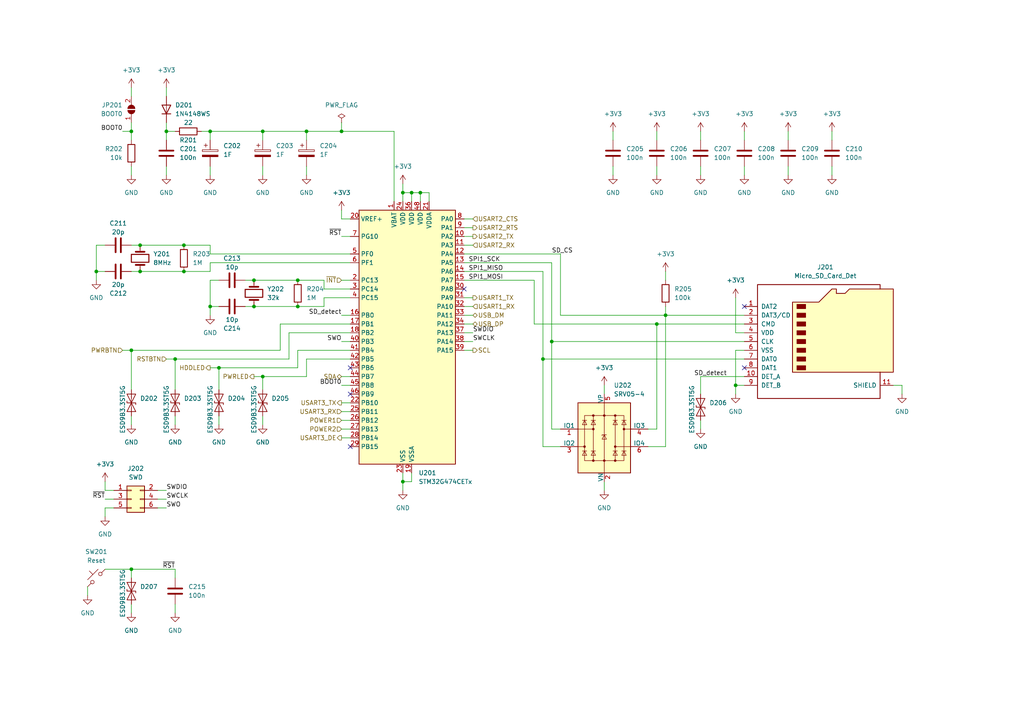
<source format=kicad_sch>
(kicad_sch (version 20211123) (generator eeschema)
  (paper "A4")
  (title_block (title "NAS control") (date "2023-01-11") (rev "0.1") (company "Eurovibes Benedikt Spranger") (comment 1 "SPDX-License-Identifier: CERN-OHL-S-2.0") (comment 2 "https://ohwr.org/cern_ohl_s_v2.txt") (comment 3 "To view a copy of this license, visit") (comment 4 "This work is licensed under the CERN-OHL-S v2"))
  (lib_symbols
    (symbol "Connector:Micro_SD_Card_Det" (pin_names (offset 1.016))
      (property "Reference" "J" (at -16.51 17.78 0))
      (property "Value" "Micro_SD_Card_Det" (at 16.51 17.78 0))
      (symbol "Micro_SD_Card_Det_1_1"
        (pin bidirectional line (at -22.86 10.16 0) (length 3.81) (name "DAT2") (number "1"))
        (pin passive line (at -22.86 -10.16 0) (length 3.81) (name "DET_A") (number "10"))
        (pin passive line (at 20.32 -12.7 180) (length 3.81) (name "SHIELD") (number "11"))
        (pin bidirectional line (at -22.86 7.62 0) (length 3.81) (name "DAT3/CD") (number "2"))
        (pin input line (at -22.86 5.08 0) (length 3.81) (name "CMD") (number "3"))
        (pin power_in line (at -22.86 2.54 0) (length 3.81) (name "VDD") (number "4"))
        (pin input line (at -22.86 0 0) (length 3.81) (name "CLK") (number "5"))
        (pin power_in line (at -22.86 -2.54 0) (length 3.81) (name "VSS") (number "6"))
        (pin bidirectional line (at -22.86 -5.08 0) (length 3.81) (name "DAT0") (number "7"))
        (pin bidirectional line (at -22.86 -7.62 0) (length 3.81) (name "DAT1") (number "8"))
        (pin passive line (at -22.86 -12.7 0) (length 3.81) (name "DET_B") (number "9"))
      )
    )
    (symbol "Connector_Generic:Conn_02x03_Odd_Even" (pin_names (offset 1.016) hide)
      (property "Reference" "J" (at 1.27 5.08 0))
      (property "Value" "Conn_02x03_Odd_Even" (at 1.27 -5.08 0))
      (symbol "Conn_02x03_Odd_Even_1_1"
        (pin passive line (at -5.08 2.54 0) (length 3.81) (name "Pin_1") (number "1"))
        (pin passive line (at 7.62 2.54 180) (length 3.81) (name "Pin_2") (number "2"))
        (pin passive line (at -5.08 0 0) (length 3.81) (name "Pin_3") (number "3"))
        (pin passive line (at 7.62 0 180) (length 3.81) (name "Pin_4") (number "4"))
        (pin passive line (at -5.08 -2.54 0) (length 3.81) (name "Pin_5") (number "5"))
        (pin passive line (at 7.62 -2.54 180) (length 3.81) (name "Pin_6") (number "6"))
      )
    )
    (symbol "Device:C" (pin_numbers hide) (pin_names (offset 0.254))
      (property "Reference" "C" (at 0.635 2.54 0))
      (property "Value" "C" (at 0.635 -2.54 0))
      (symbol "C_1_1"
        (pin passive line (at 0 3.81 270) (length 2.794) (name "~") (number "1"))
        (pin passive line (at 0 -3.81 90) (length 2.794) (name "~") (number "2"))
      )
    )
    (symbol "Device:C_Polarized" (pin_numbers hide) (pin_names (offset 0.254))
      (property "Reference" "C" (at 0.635 2.54 0))
      (property "Value" "C_Polarized" (at 0.635 -2.54 0))
      (symbol "C_Polarized_1_1"
        (pin passive line (at 0 3.81 270) (length 2.794) (name "~") (number "1"))
        (pin passive line (at 0 -3.81 90) (length 2.794) (name "~") (number "2"))
      )
    )
    (symbol "Device:Crystal" (pin_numbers hide) (pin_names (offset 1.016) hide)
      (property "Reference" "Y" (at 0 3.81 0))
      (property "Value" "Crystal" (at 0 -3.81 0))
      (symbol "Crystal_1_1"
        (pin passive line (at -3.81 0 0) (length 1.27) (name "1") (number "1"))
        (pin passive line (at 3.81 0 180) (length 1.27) (name "2") (number "2"))
      )
    )
    (symbol "Device:R" (pin_numbers hide) (pin_names (offset 0))
      (property "Reference" "R" (at 2.032 0 90))
      (property "Value" "R" (at 0 0 90))
      (symbol "R_1_1"
        (pin passive line (at 0 3.81 270) (length 1.27) (name "~") (number "1"))
        (pin passive line (at 0 -3.81 90) (length 1.27) (name "~") (number "2"))
      )
    )
    (symbol "Diode:1N4148WS" (pin_numbers hide) (pin_names (offset 1.016) hide)
      (property "Reference" "D" (at 0 2.54 0))
      (property "Value" "1N4148WS" (at 0 -2.54 0))
      (symbol "1N4148WS_1_1"
        (pin passive line (at -3.81 0 0) (length 2.54) (name "K") (number "1"))
        (pin passive line (at 3.81 0 180) (length 2.54) (name "A") (number "2"))
      )
    )
    (symbol "Diode:ESD9B3.3ST5G" (pin_numbers hide) (pin_names (offset 1.016) hide)
      (property "Reference" "D" (at 0 2.54 0))
      (property "Value" "ESD9B3.3ST5G" (at 0 -2.54 0))
      (symbol "ESD9B3.3ST5G_1_1"
        (pin passive line (at -3.81 0 0) (length 2.54) (name "A1") (number "1"))
        (pin passive line (at 3.81 0 180) (length 2.54) (name "A2") (number "2"))
      )
    )
    (symbol "Jumper:SolderJumper_2_Open" (pin_names (offset 0) hide)
      (property "Reference" "JP" (at 0 2.032 0))
      (property "Value" "SolderJumper_2_Open" (at 0 -2.54 0))
      (symbol "SolderJumper_2_Open_1_1"
        (pin passive line (at -3.81 0 0) (length 2.54) (name "A") (number "1"))
        (pin passive line (at 3.81 0 180) (length 2.54) (name "B") (number "2"))
      )
    )
    (symbol "MCU_ST_STM32G4:STM32G474CETx"
      (property "Reference" "U" (at -12.7 39.37 0))
      (property "Value" "STM32G474CETx" (at 10.16 39.37 0))
      (symbol "STM32G474CETx_1_1"
        (pin power_in line (at -2.54 40.64 270) (length 2.54) (name "VBAT") (number "1"))
        (pin bidirectional line (at 17.78 30.48 180) (length 2.54) (name "PA2") (number "10"))
        (pin bidirectional line (at 17.78 27.94 180) (length 2.54) (name "PA3") (number "11"))
        (pin bidirectional line (at 17.78 25.4 180) (length 2.54) (name "PA4") (number "12"))
        (pin bidirectional line (at 17.78 22.86 180) (length 2.54) (name "PA5") (number "13"))
        (pin bidirectional line (at 17.78 20.32 180) (length 2.54) (name "PA6") (number "14"))
        (pin bidirectional line (at 17.78 17.78 180) (length 2.54) (name "PA7") (number "15"))
        (pin bidirectional line (at -15.24 7.62 0) (length 2.54) (name "PB0") (number "16"))
        (pin bidirectional line (at -15.24 5.08 0) (length 2.54) (name "PB1") (number "17"))
        (pin bidirectional line (at -15.24 2.54 0) (length 2.54) (name "PB2") (number "18"))
        (pin power_in line (at 2.54 -38.1 90) (length 2.54) (name "VSSA") (number "19"))
        (pin bidirectional line (at -15.24 17.78 0) (length 2.54) (name "PC13") (number "2"))
        (pin input line (at -15.24 35.56 0) (length 2.54) (name "VREF+") (number "20"))
        (pin power_in line (at 7.62 40.64 270) (length 2.54) (name "VDDA") (number "21"))
        (pin bidirectional line (at -15.24 -17.78 0) (length 2.54) (name "PB10") (number "22"))
        (pin power_in line (at 0 -38.1 90) (length 2.54) (name "VSS") (number "23"))
        (pin power_in line (at 0 40.64 270) (length 2.54) (name "VDD") (number "24"))
        (pin bidirectional line (at -15.24 -20.32 0) (length 2.54) (name "PB11") (number "25"))
        (pin bidirectional line (at -15.24 -22.86 0) (length 2.54) (name "PB12") (number "26"))
        (pin bidirectional line (at -15.24 -25.4 0) (length 2.54) (name "PB13") (number "27"))
        (pin bidirectional line (at -15.24 -27.94 0) (length 2.54) (name "PB14") (number "28"))
        (pin bidirectional line (at -15.24 -30.48 0) (length 2.54) (name "PB15") (number "29"))
        (pin bidirectional line (at -15.24 15.24 0) (length 2.54) (name "PC14") (number "3"))
        (pin bidirectional line (at 17.78 15.24 180) (length 2.54) (name "PA8") (number "30"))
        (pin bidirectional line (at 17.78 12.7 180) (length 2.54) (name "PA9") (number "31"))
        (pin bidirectional line (at 17.78 10.16 180) (length 2.54) (name "PA10") (number "32"))
        (pin bidirectional line (at 17.78 7.62 180) (length 2.54) (name "PA11") (number "33"))
        (pin bidirectional line (at 17.78 5.08 180) (length 2.54) (name "PA12") (number "34"))
        (pin passive line (at 0 -38.1 90) (length 2.54) hide (name "VSS") (number "35"))
        (pin power_in line (at 2.54 40.64 270) (length 2.54) (name "VDD") (number "36"))
        (pin bidirectional line (at 17.78 2.54 180) (length 2.54) (name "PA13") (number "37"))
        (pin bidirectional line (at 17.78 0 180) (length 2.54) (name "PA14") (number "38"))
        (pin bidirectional line (at 17.78 -2.54 180) (length 2.54) (name "PA15") (number "39"))
        (pin bidirectional line (at -15.24 12.7 0) (length 2.54) (name "PC15") (number "4"))
        (pin bidirectional line (at -15.24 0 0) (length 2.54) (name "PB3") (number "40"))
        (pin bidirectional line (at -15.24 -2.54 0) (length 2.54) (name "PB4") (number "41"))
        (pin bidirectional line (at -15.24 -5.08 0) (length 2.54) (name "PB5") (number "42"))
        (pin bidirectional line (at -15.24 -7.62 0) (length 2.54) (name "PB6") (number "43"))
        (pin bidirectional line (at -15.24 -10.16 0) (length 2.54) (name "PB7") (number "44"))
        (pin bidirectional line (at -15.24 -12.7 0) (length 2.54) (name "PB8") (number "45"))
        (pin bidirectional line (at -15.24 -15.24 0) (length 2.54) (name "PB9") (number "46"))
        (pin passive line (at 0 -38.1 90) (length 2.54) hide (name "VSS") (number "47"))
        (pin power_in line (at 5.08 40.64 270) (length 2.54) (name "VDD") (number "48"))
        (pin bidirectional line (at -15.24 25.4 0) (length 2.54) (name "PF0") (number "5"))
        (pin bidirectional line (at -15.24 22.86 0) (length 2.54) (name "PF1") (number "6"))
        (pin bidirectional line (at -15.24 30.48 0) (length 2.54) (name "PG10") (number "7"))
        (pin bidirectional line (at 17.78 35.56 180) (length 2.54) (name "PA0") (number "8"))
        (pin bidirectional line (at 17.78 33.02 180) (length 2.54) (name "PA1") (number "9"))
      )
    )
    (symbol "Power_Protection:SRV05-4" (pin_names (offset 0))
      (property "Reference" "U" (at -5.08 11.43 0))
      (property "Value" "SRV05-4" (at 2.54 11.43 0))
      (symbol "SRV05-4_1_1"
        (pin passive line (at -12.7 2.54 0) (length 5.08) (name "IO1") (number "1"))
        (pin passive line (at 0 -12.7 90) (length 2.54) (name "VN") (number "2"))
        (pin passive line (at -12.7 -2.54 0) (length 5.08) (name "IO2") (number "3"))
        (pin passive line (at 12.7 2.54 180) (length 5.08) (name "IO3") (number "4"))
        (pin passive line (at 0 12.7 270) (length 2.54) (name "VP") (number "5"))
        (pin passive line (at 12.7 -2.54 180) (length 5.08) (name "IO4") (number "6"))
      )
    )
    (symbol "Switch:SW_Push_45deg" (pin_numbers hide) (pin_names (offset 1.016) hide)
      (property "Reference" "SW" (at 3.048 1.016 0))
      (property "Value" "SW_Push_45deg" (at 0 -3.81 0))
      (symbol "SW_Push_45deg_0_1"
        (pin passive line (at -2.54 2.54 0) (length 0) (name "1") (number "1"))
        (pin passive line (at 2.54 -2.54 180) (length 0) (name "2") (number "2"))
      )
    )
    (symbol "power:+3V3" (power) (pin_names (offset 0))
      (property "Value" "+3V3" (at 0 3.556 0))
      (symbol "+3V3_1_1"
        (pin power_in line (at 0 0 90) (length 0) hide (name "+3V3") (number "1"))
      )
    )
    (symbol "power:GND" (power) (pin_names (offset 0))
      (property "Value" "GND" (at 0 -3.81 0))
      (symbol "GND_1_1"
        (pin power_in line (at 0 0 270) (length 0) hide (name "GND") (number "1"))
      )
    )
    (symbol "power:PWR_FLAG" (power) (pin_numbers hide) (pin_names (offset 0) hide)
      (property "Value" "PWR_FLAG" (at 0 3.81 0))
      (symbol "PWR_FLAG_0_0"
        (pin power_out line (at 0 0 90) (length 0) (name "pwr") (number "1"))
      )
    )
  )
  (junction (at 121.92 55.88))
  (junction (at 190.5 93.98))
  (junction (at 76.2 109.22))
  (junction (at 38.1 101.6))
  (junction (at 99.06 38.1))
  (junction (at 40.64 71.12))
  (junction (at 86.36 81.28))
  (junction (at 119.38 55.88))
  (junction (at 27.94 78.74))
  (junction (at 157.48 104.14))
  (junction (at 116.84 139.7))
  (junction (at 73.66 81.28))
  (junction (at 60.96 38.1))
  (junction (at 116.84 55.88))
  (junction (at 76.2 38.1))
  (junction (at 88.9 38.1))
  (junction (at 53.34 78.74))
  (junction (at 48.26 38.1))
  (junction (at 50.8 104.14))
  (junction (at 40.64 78.74))
  (junction (at 86.36 88.9))
  (junction (at 73.66 88.9))
  (junction (at 213.36 111.76))
  (junction (at 60.96 88.9))
  (junction (at 63.5 106.68))
  (junction (at 53.34 71.12))
  (junction (at 193.04 91.44))
  (junction (at 38.1 165.1))
  (junction (at 160.02 99.06))
  (junction (at 38.1 38.1))
  (no_connect (at 215.9 88.9))
  (no_connect (at 101.6 106.68))
  (no_connect (at 101.6 129.54))
  (no_connect (at 101.6 114.3))
  (no_connect (at 134.62 83.82))
  (no_connect (at 215.9 106.68))
  (wire (pts (xy 60.96 71.12) (xy 53.34 71.12)))
  (wire (pts (xy 154.94 81.28) (xy 134.62 81.28)))
  (wire (pts (xy 99.06 99.06) (xy 101.6 99.06)))
  (wire (pts (xy 40.64 71.12) (xy 53.34 71.12)))
  (wire (pts (xy 99.06 111.76) (xy 101.6 111.76)))
  (wire (pts (xy 38.1 120.65) (xy 38.1 123.19)))
  (wire (pts (xy 190.5 38.1) (xy 190.5 40.64)))
  (wire (pts (xy 259.08 111.76) (xy 261.62 111.76)))
  (wire (pts (xy 114.3 38.1) (xy 99.06 38.1)))
  (wire (pts (xy 241.3 48.26) (xy 241.3 50.8)))
  (wire (pts (xy 193.04 91.44) (xy 193.04 88.9)))
  (wire (pts (xy 101.6 101.6) (xy 86.36 101.6)))
  (wire (pts (xy 25.4 170.18) (xy 25.4 172.72)))
  (wire (pts (xy 93.98 83.82) (xy 93.98 81.28)))
  (wire (pts (xy 38.1 25.4) (xy 38.1 27.94)))
  (wire (pts (xy 63.5 106.68) (xy 63.5 113.03)))
  (wire (pts (xy 48.26 25.4) (xy 48.26 27.94)))
  (wire (pts (xy 101.6 76.2) (xy 60.96 76.2)))
  (wire (pts (xy 134.62 93.98) (xy 137.16 93.98)))
  (wire (pts (xy 38.1 38.1) (xy 35.56 38.1)))
  (wire (pts (xy 134.62 88.9) (xy 137.16 88.9)))
  (wire (pts (xy 33.02 142.24) (xy 30.48 142.24)))
  (wire (pts (xy 38.1 71.12) (xy 40.64 71.12)))
  (wire (pts (xy 76.2 48.26) (xy 76.2 50.8)))
  (wire (pts (xy 93.98 86.36) (xy 93.98 88.9)))
  (wire (pts (xy 187.96 124.46) (xy 190.5 124.46)))
  (wire (pts (xy 86.36 81.28) (xy 93.98 81.28)))
  (wire (pts (xy 157.48 78.74) (xy 134.62 78.74)))
  (wire (pts (xy 213.36 111.76) (xy 213.36 114.3)))
  (wire (pts (xy 86.36 101.6) (xy 86.36 106.68)))
  (wire (pts (xy 60.96 48.26) (xy 60.96 50.8)))
  (wire (pts (xy 203.2 38.1) (xy 203.2 40.64)))
  (wire (pts (xy 101.6 83.82) (xy 93.98 83.82)))
  (wire (pts (xy 45.72 147.32) (xy 48.26 147.32)))
  (wire (pts (xy 203.2 109.22) (xy 215.9 109.22)))
  (wire (pts (xy 99.06 63.5) (xy 99.06 60.96)))
  (wire (pts (xy 203.2 48.26) (xy 203.2 50.8)))
  (wire (pts (xy 134.62 86.36) (xy 137.16 86.36)))
  (wire (pts (xy 60.96 38.1) (xy 60.96 40.64)))
  (wire (pts (xy 81.28 101.6) (xy 38.1 101.6)))
  (wire (pts (xy 30.48 142.24) (xy 30.48 139.7)))
  (wire (pts (xy 48.26 38.1) (xy 48.26 40.64)))
  (wire (pts (xy 193.04 78.74) (xy 193.04 81.28)))
  (wire (pts (xy 203.2 121.92) (xy 203.2 124.46)))
  (wire (pts (xy 76.2 109.22) (xy 76.2 113.03)))
  (wire (pts (xy 60.96 73.66) (xy 60.96 71.12)))
  (wire (pts (xy 119.38 55.88) (xy 116.84 55.88)))
  (wire (pts (xy 30.48 147.32) (xy 30.48 149.86)))
  (wire (pts (xy 99.06 68.58) (xy 101.6 68.58)))
  (wire (pts (xy 177.8 38.1) (xy 177.8 40.64)))
  (wire (pts (xy 99.06 119.38) (xy 101.6 119.38)))
  (wire (pts (xy 73.66 81.28) (xy 86.36 81.28)))
  (wire (pts (xy 261.62 111.76) (xy 261.62 114.3)))
  (wire (pts (xy 63.5 120.65) (xy 63.5 123.19)))
  (wire (pts (xy 76.2 38.1) (xy 88.9 38.1)))
  (wire (pts (xy 38.1 165.1) (xy 38.1 167.64)))
  (wire (pts (xy 60.96 88.9) (xy 63.5 88.9)))
  (wire (pts (xy 190.5 93.98) (xy 215.9 93.98)))
  (wire (pts (xy 27.94 78.74) (xy 30.48 78.74)))
  (wire (pts (xy 101.6 86.36) (xy 93.98 86.36)))
  (wire (pts (xy 116.84 139.7) (xy 116.84 142.24)))
  (wire (pts (xy 45.72 142.24) (xy 48.26 142.24)))
  (wire (pts (xy 99.06 124.46) (xy 101.6 124.46)))
  (wire (pts (xy 60.96 106.68) (xy 63.5 106.68)))
  (wire (pts (xy 175.26 111.76) (xy 175.26 114.3)))
  (wire (pts (xy 101.6 73.66) (xy 60.96 73.66)))
  (wire (pts (xy 134.62 68.58) (xy 137.16 68.58)))
  (wire (pts (xy 124.46 58.42) (xy 124.46 55.88)))
  (wire (pts (xy 99.06 91.44) (xy 101.6 91.44)))
  (wire (pts (xy 99.06 116.84) (xy 101.6 116.84)))
  (wire (pts (xy 213.36 96.52) (xy 213.36 86.36)))
  (wire (pts (xy 116.84 137.16) (xy 116.84 139.7)))
  (wire (pts (xy 76.2 38.1) (xy 76.2 40.64)))
  (wire (pts (xy 241.3 38.1) (xy 241.3 40.64)))
  (wire (pts (xy 81.28 93.98) (xy 81.28 101.6)))
  (wire (pts (xy 154.94 93.98) (xy 154.94 81.28)))
  (wire (pts (xy 73.66 109.22) (xy 76.2 109.22)))
  (wire (pts (xy 134.62 99.06) (xy 137.16 99.06)))
  (wire (pts (xy 60.96 38.1) (xy 76.2 38.1)))
  (wire (pts (xy 160.02 99.06) (xy 160.02 76.2)))
  (wire (pts (xy 187.96 129.54) (xy 193.04 129.54)))
  (wire (pts (xy 203.2 109.22) (xy 203.2 114.3)))
  (wire (pts (xy 60.96 76.2) (xy 60.96 78.74)))
  (wire (pts (xy 134.62 101.6) (xy 137.16 101.6)))
  (wire (pts (xy 30.48 71.12) (xy 27.94 71.12)))
  (wire (pts (xy 60.96 81.28) (xy 60.96 88.9)))
  (wire (pts (xy 157.48 104.14) (xy 157.48 78.74)))
  (wire (pts (xy 213.36 101.6) (xy 213.36 111.76)))
  (wire (pts (xy 50.8 175.26) (xy 50.8 177.8)))
  (wire (pts (xy 175.26 139.7) (xy 175.26 142.24)))
  (wire (pts (xy 38.1 48.26) (xy 38.1 50.8)))
  (wire (pts (xy 88.9 38.1) (xy 99.06 38.1)))
  (wire (pts (xy 71.12 88.9) (xy 73.66 88.9)))
  (wire (pts (xy 177.8 48.26) (xy 177.8 50.8)))
  (wire (pts (xy 193.04 91.44) (xy 193.04 129.54)))
  (wire (pts (xy 134.62 73.66) (xy 162.56 73.66)))
  (wire (pts (xy 157.48 104.14) (xy 215.9 104.14)))
  (wire (pts (xy 121.92 55.88) (xy 119.38 55.88)))
  (wire (pts (xy 101.6 63.5) (xy 99.06 63.5)))
  (wire (pts (xy 63.5 81.28) (xy 60.96 81.28)))
  (wire (pts (xy 228.6 38.1) (xy 228.6 40.64)))
  (wire (pts (xy 88.9 104.14) (xy 88.9 109.22)))
  (wire (pts (xy 119.38 55.88) (xy 119.38 58.42)))
  (wire (pts (xy 99.06 35.56) (xy 99.06 38.1)))
  (wire (pts (xy 58.42 38.1) (xy 60.96 38.1)))
  (wire (pts (xy 48.26 104.14) (xy 50.8 104.14)))
  (wire (pts (xy 83.82 96.52) (xy 83.82 104.14)))
  (wire (pts (xy 40.64 78.74) (xy 53.34 78.74)))
  (wire (pts (xy 124.46 55.88) (xy 121.92 55.88)))
  (wire (pts (xy 162.56 124.46) (xy 160.02 124.46)))
  (wire (pts (xy 50.8 167.64) (xy 50.8 165.1)))
  (wire (pts (xy 88.9 48.26) (xy 88.9 50.8)))
  (wire (pts (xy 101.6 104.14) (xy 88.9 104.14)))
  (wire (pts (xy 190.5 93.98) (xy 190.5 124.46)))
  (wire (pts (xy 50.8 104.14) (xy 50.8 113.03)))
  (wire (pts (xy 83.82 104.14) (xy 50.8 104.14)))
  (wire (pts (xy 76.2 120.65) (xy 76.2 123.19)))
  (wire (pts (xy 215.9 111.76) (xy 213.36 111.76)))
  (wire (pts (xy 53.34 78.74) (xy 60.96 78.74)))
  (wire (pts (xy 228.6 48.26) (xy 228.6 50.8)))
  (wire (pts (xy 50.8 165.1) (xy 38.1 165.1)))
  (wire (pts (xy 114.3 58.42) (xy 114.3 38.1)))
  (wire (pts (xy 134.62 66.04) (xy 137.16 66.04)))
  (wire (pts (xy 88.9 38.1) (xy 88.9 40.64)))
  (wire (pts (xy 33.02 147.32) (xy 30.48 147.32)))
  (wire (pts (xy 99.06 121.92) (xy 101.6 121.92)))
  (wire (pts (xy 38.1 78.74) (xy 40.64 78.74)))
  (wire (pts (xy 48.26 48.26) (xy 48.26 50.8)))
  (wire (pts (xy 88.9 109.22) (xy 76.2 109.22)))
  (wire (pts (xy 116.84 55.88) (xy 116.84 58.42)))
  (wire (pts (xy 38.1 175.26) (xy 38.1 177.8)))
  (wire (pts (xy 38.1 38.1) (xy 38.1 40.64)))
  (wire (pts (xy 71.12 81.28) (xy 73.66 81.28)))
  (wire (pts (xy 45.72 144.78) (xy 48.26 144.78)))
  (wire (pts (xy 99.06 109.22) (xy 101.6 109.22)))
  (wire (pts (xy 134.62 96.52) (xy 137.16 96.52)))
  (wire (pts (xy 215.9 48.26) (xy 215.9 50.8)))
  (wire (pts (xy 134.62 71.12) (xy 137.16 71.12)))
  (wire (pts (xy 134.62 91.44) (xy 137.16 91.44)))
  (wire (pts (xy 119.38 137.16) (xy 119.38 139.7)))
  (wire (pts (xy 86.36 106.68) (xy 63.5 106.68)))
  (wire (pts (xy 60.96 88.9) (xy 60.96 91.44)))
  (wire (pts (xy 162.56 73.66) (xy 162.56 91.44)))
  (wire (pts (xy 27.94 78.74) (xy 27.94 81.28)))
  (wire (pts (xy 50.8 120.65) (xy 50.8 123.19)))
  (wire (pts (xy 215.9 91.44) (xy 193.04 91.44)))
  (wire (pts (xy 160.02 99.06) (xy 215.9 99.06)))
  (wire (pts (xy 215.9 38.1) (xy 215.9 40.64)))
  (wire (pts (xy 101.6 96.52) (xy 83.82 96.52)))
  (wire (pts (xy 48.26 38.1) (xy 50.8 38.1)))
  (wire (pts (xy 157.48 104.14) (xy 157.48 129.54)))
  (wire (pts (xy 73.66 88.9) (xy 86.36 88.9)))
  (wire (pts (xy 27.94 71.12) (xy 27.94 78.74)))
  (wire (pts (xy 116.84 53.34) (xy 116.84 55.88)))
  (wire (pts (xy 48.26 35.56) (xy 48.26 38.1)))
  (wire (pts (xy 215.9 101.6) (xy 213.36 101.6)))
  (wire (pts (xy 86.36 88.9) (xy 93.98 88.9)))
  (wire (pts (xy 160.02 99.06) (xy 160.02 124.46)))
  (wire (pts (xy 35.56 101.6) (xy 38.1 101.6)))
  (wire (pts (xy 134.62 63.5) (xy 137.16 63.5)))
  (wire (pts (xy 121.92 55.88) (xy 121.92 58.42)))
  (wire (pts (xy 38.1 35.56) (xy 38.1 38.1)))
  (wire (pts (xy 30.48 144.78) (xy 33.02 144.78)))
  (wire (pts (xy 190.5 93.98) (xy 154.94 93.98)))
  (wire (pts (xy 162.56 129.54) (xy 157.48 129.54)))
  (wire (pts (xy 101.6 93.98) (xy 81.28 93.98)))
  (wire (pts (xy 119.38 139.7) (xy 116.84 139.7)))
  (wire (pts (xy 162.56 91.44) (xy 193.04 91.44)))
  (wire (pts (xy 215.9 96.52) (xy 213.36 96.52)))
  (wire (pts (xy 38.1 101.6) (xy 38.1 113.03)))
  (wire (pts (xy 99.06 127) (xy 101.6 127)))
  (wire (pts (xy 30.48 165.1) (xy 38.1 165.1)))
  (wire (pts (xy 190.5 48.26) (xy 190.5 50.8)))
  (wire (pts (xy 160.02 76.2) (xy 134.62 76.2)))
  (wire (pts (xy 99.06 81.28) (xy 101.6 81.28)))
  (label "BOOT0" (at 99.06 111.76 180))
  (label "~{RST}" (at 30.48 144.78 180))
  (label "SWDIO" (at 137.16 96.52 0))
  (label "SWCLK" (at 48.26 144.78 0))
  (label "BOOT0" (at 35.56 38.1 180))
  (label "SWCLK" (at 137.16 99.06 0))
  (label "SWDIO" (at 48.26 142.24 0))
  (label "SD_detect" (at 99.06 91.44 180))
  (label "~{RST}" (at 99.06 68.58 180))
  (label "SWO" (at 48.26 147.32 0))
  (label "SWO" (at 99.06 99.06 180))
  (label "SD_detect" (at 210.82 109.22 180))
  (label "SPI1_SCK" (at 135.89 76.2 0))
  (label "SPI1_MOSI" (at 135.89 81.28 0))
  (label "~{RST}" (at 50.8 165.1 180))
  (label "SD_CS" (at 160.02 73.66 0))
  (label "SPI1_MISO" (at 135.89 78.74 0))
  (hierarchical_label "USART2_CTS" (shape input) (at 137.16 63.5 0))
  (hierarchical_label "~{INT}" (shape input) (at 99.06 81.28 180))
  (hierarchical_label "SDA" (shape bidirectional) (at 99.06 109.22 180))
  (hierarchical_label "RSTBTN" (shape input) (at 48.26 104.14 180))
  (hierarchical_label "USART1_TX" (shape output) (at 137.16 86.36 0))
  (hierarchical_label "USB_DP" (shape bidirectional) (at 137.16 93.98 0))
  (hierarchical_label "HDDLED" (shape output) (at 60.96 106.68 180))
  (hierarchical_label "USART2_RX" (shape input) (at 137.16 71.12 0))
  (hierarchical_label "POWER2" (shape input) (at 99.06 124.46 180))
  (hierarchical_label "POWER1" (shape input) (at 99.06 121.92 180))
  (hierarchical_label "USART3_RX" (shape input) (at 99.06 119.38 180))
  (hierarchical_label "USB_DM" (shape bidirectional) (at 137.16 91.44 0))
  (hierarchical_label "PWRBTN" (shape input) (at 35.56 101.6 180))
  (hierarchical_label "USART2_RTS" (shape output) (at 137.16 66.04 0))
  (hierarchical_label "USART1_RX" (shape input) (at 137.16 88.9 0))
  (hierarchical_label "SCL" (shape output) (at 137.16 101.6 0))
  (hierarchical_label "USART3_DE" (shape output) (at 99.06 127 180))
  (hierarchical_label "PWRLED" (shape output) (at 73.66 109.22 180))
  (hierarchical_label "USART3_TX" (shape output) (at 99.06 116.84 180))
  (hierarchical_label "USART2_TX" (shape output) (at 137.16 68.58 0))
  (symbol (lib_id "power:GND") (at 203.2 124.46 0) (unit 1)
    (property "Reference" "#PWR0233" (effects hide))
    (property "Value" "GND" (at 203.2 129.54 0))
  )
  (symbol (lib_id "power:GND") (at 63.5 123.19 0) (unit 1)
    (property "Reference" "#PWR0231" (effects hide))
    (property "Value" "GND" (at 63.5 128.27 0))
  )
  (symbol (lib_id "Device:C") (at 241.3 44.45 0) (unit 1)
    (property "Reference" "C210" (at 245.11 43.1799 0) (effects (justify left)))
    (property "Value" "100n" (at 245.11 45.7199 0) (effects (justify left)))
    (property "Footprint" "Capacitor_SMD:C_0402_1005Metric" (effects hide))
    (property "assemble" "y" (effects hide))
    (property "Description" "50V 100nF X7R ±10% 0402 Multilayer Ceramic Capacitors MLCC - SMD/SMT ROHS" (effects hide))
    (property "LCSC#" "C307331" (effects hide))
    (property "Manufacture" "Samsung Electro-Mechanics" (effects hide))
    (property "SupplLink" "https://jlcpcb.com/partdetail/291005-CL05B104KB54PNC/C307331" (effects hide))
    (property "mpn" "CL05B104KB54PNC" (effects hide))
  )
  (symbol (lib_id "Device:C") (at 34.29 71.12 90) (unit 1)
    (property "Reference" "C211" (at 34.29 64.77 90))
    (property "Value" "20p" (at 34.29 67.31 90))
    (property "Footprint" "Capacitor_SMD:C_0402_1005Metric" (effects hide))
    (property "assemble" "y" (effects hide))
    (property "Description" "50V 20pF C0G ±5% 0402 Multilayer Ceramic Capacitors MLCC - SMD/SMT ROHS" (effects hide))
    (property "LCSC#" "C1554" (effects hide))
    (property "Manufacture" "FH (Guangdong Fenghua Advanced Tech)" (effects hide))
    (property "SupplLink" "https://jlcpcb.com/partdetail/Yageo-CC0805KRX7R9BB221/C107145" (effects hide))
    (property "mpn" "0402CG200J500NT" (effects hide))
  )
  (symbol (lib_id "Device:Crystal") (at 73.66 85.09 90) (unit 1)
    (property "Reference" "Y202" (at 77.47 83.8199 90) (effects (justify right)))
    (property "Value" "32k" (at 77.47 86.3599 90) (effects (justify right)))
    (property "Footprint" "Crystal:Crystal_SMD_3215-2Pin_3.2x1.5mm" (effects hide))
    (property "assemble" "y" (effects hide))
    (property "Description" "32.768kHz SMD Crystal Resonator 12.5pF 70kΩ ±20ppm -40℃~+85℃ SMD3215-2P Crystals ROHS" (effects hide))
    (property "LCSC#" "C32346" (effects hide))
    (property "Manufacture" "Seiko Epson" (effects hide))
    (property "mpn" "Q13FC1350000400" (effects hide))
    (property "SupplLink" "https://jlcpcb.com/partdetail/SeikoEpson-Q13FC1350000400/C32346" (effects hide))
  )
  (symbol (lib_id "Device:R") (at 54.61 38.1 90) (unit 1)
    (property "Reference" "R201" (at 54.61 40.64 90))
    (property "Value" "22" (at 54.61 35.56 90))
    (property "Footprint" "Resistor_SMD:R_1206_3216Metric" (effects hide))
    (property "Reference" "R201" (effects hide))
    (property "Value" "22" (effects hide))
    (property "assemble" "y" (effects hide))
    (property "Description" "250mW Thick Film Resistors 200V ±100ppm/℃ ±1% -55℃~+155℃ 22Ω 1206 Chip Resistor - Surface Mount ROHS" (effects hide))
    (property "LCSC#" "C17958" (effects hide))
    (property "Manufacture" "UNI-ROYAL(Uniroyal Elec)" (effects hide))
    (property "SupplLink" "https://jlcpcb.com/partdetail/18646-1206W4F220JT5E/C17958" (effects hide))
    (property "mpn" "1206W4F220JT5E" (effects hide))
  )
  (symbol (lib_id "power:GND") (at 88.9 50.8 0) (unit 1)
    (property "Reference" "#PWR0213" (effects hide))
    (property "Value" "GND" (at 88.9 55.88 0))
  )
  (symbol (lib_id "Device:C_Polarized") (at 88.9 44.45 0) (unit 1)
    (property "Reference" "C204" (at 92.71 42.2909 0) (effects (justify left)))
    (property "Value" "1F" (at 92.71 44.8309 0) (effects (justify left)))
    (property "Footprint" "Capacitor_THT:CP_Radial_D8.0mm_P3.50mm" (effects hide))
    (property "Reference" "C208" (effects hide))
    (property "Value" "1F" (effects hide))
    (property "assemble" "n" (effects hide))
    (property "Description" "Supercapacitor; 1F; 3VDC; Body dim: Ø8x12mm; Pitch: 3.5mm; Ir: 5uA" (effects hide))
    (property "Manufacture" "SPSCAP" (effects hide))
    (property "SupplLink" "https://www.tme.eu/en/details/scv1f-3.0v-ltz/supercapacitors/spscap/scv0001c0-003r0ltz/" (effects hide))
    (property "mpn" "SCV0001C0-003R0LTZ" (effects hide))
    (property "tme#" "SCV1F-3.0V-LTZ" (effects hide))
  )
  (symbol (lib_id "power:GND") (at 38.1 50.8 0) (mirror y) (unit 1)
    (property "Reference" "#PWR0209" (effects hide))
    (property "Value" "GND" (at 38.1 55.88 0))
  )
  (symbol (lib_id "power:+3V3") (at 228.6 38.1 0) (unit 1)
    (property "Reference" "#PWR0207" (effects hide))
    (property "Value" "+3V3" (at 228.6 33.02 0))
  )
  (symbol (lib_id "Diode:ESD9B3.3ST5G") (at 50.8 116.84 90) (unit 1)
    (property "Reference" "D203" (at 53.34 115.5699 90) (effects (justify right)))
    (property "Value" "ESD9B3.3ST5G" (at 48.26 111.76 0) (effects (justify right)))
    (property "Footprint" "Diode_SMD:D_SOD-923" (effects hide))
    (property "Datasheet" "https://www.onsemi.com/pub/Collateral/ESD9B-D.PDF" (effects hide))
    (property "Description" "11.5V 2A 3.3V (Max) 5V Bidirectional SOD-923 ESD Protection Devices ROHS" (effects hide))
    (property "mpn" "ESD9B3.3ST5G" (effects hide))
    (property "Manufacture" "onsemi" (effects hide))
    (property "SupplLink" "https://jlcpcb.com/partdetail/Onsemi-ESD9B33ST5G/C96512" (effects hide))
    (property "LCSC#" "C96512" (effects hide))
    (property "assemble" "y" (effects hide))
  )
  (symbol (lib_id "Device:C") (at 215.9 44.45 0) (unit 1)
    (property "Reference" "C208" (at 219.71 43.1799 0) (effects (justify left)))
    (property "Value" "100n" (at 219.71 45.7199 0) (effects (justify left)))
    (property "Footprint" "Capacitor_SMD:C_0402_1005Metric" (effects hide))
    (property "assemble" "y" (effects hide))
    (property "Description" "50V 100nF X7R ±10% 0402 Multilayer Ceramic Capacitors MLCC - SMD/SMT ROHS" (effects hide))
    (property "LCSC#" "C307331" (effects hide))
    (property "Manufacture" "Samsung Electro-Mechanics" (effects hide))
    (property "SupplLink" "https://jlcpcb.com/partdetail/291005-CL05B104KB54PNC/C307331" (effects hide))
    (property "mpn" "CL05B104KB54PNC" (effects hide))
  )
  (symbol (lib_id "power:GND") (at 60.96 50.8 0) (unit 1)
    (property "Reference" "#PWR0211" (effects hide))
    (property "Value" "GND" (at 60.96 55.88 0))
  )
  (symbol (lib_id "Diode:ESD9B3.3ST5G") (at 203.2 118.11 90) (unit 1)
    (property "Reference" "D206" (at 205.74 116.8399 90) (effects (justify right)))
    (property "Value" "ESD9B3.3ST5G" (at 200.66 111.76 0) (effects (justify right)))
    (property "Footprint" "Diode_SMD:D_SOD-923" (effects hide))
    (property "Datasheet" "https://www.onsemi.com/pub/Collateral/ESD9B-D.PDF" (effects hide))
    (property "Description" "11.5V 2A 3.3V (Max) 5V Bidirectional SOD-923 ESD Protection Devices ROHS" (effects hide))
    (property "mpn" "ESD9B3.3ST5G" (effects hide))
    (property "Manufacture" "onsemi" (effects hide))
    (property "SupplLink" "https://jlcpcb.com/partdetail/Onsemi-ESD9B33ST5G/C96512" (effects hide))
    (property "LCSC#" "C96512" (effects hide))
    (property "assemble" "y" (effects hide))
  )
  (symbol (lib_id "power:GND") (at 38.1 177.8 0) (unit 1)
    (property "Reference" "#PWR0239" (effects hide))
    (property "Value" "GND" (at 38.1 182.88 0))
  )
  (symbol (lib_id "power:+3V3") (at 241.3 38.1 0) (unit 1)
    (property "Reference" "#PWR0208" (effects hide))
    (property "Value" "+3V3" (at 241.3 33.02 0))
  )
  (symbol (lib_id "power:GND") (at 60.96 91.44 0) (unit 1)
    (property "Reference" "#PWR0225" (effects hide))
    (property "Value" "GND" (at 60.96 96.52 0))
  )
  (symbol (lib_id "power:PWR_FLAG") (at 99.06 35.56 0) (unit 1)
    (property "Reference" "#FLG0201" (effects hide))
    (property "Value" "PWR_FLAG" (at 99.06 30.48 0))
  )
  (symbol (lib_id "power:GND") (at 76.2 50.8 0) (unit 1)
    (property "Reference" "#PWR0212" (effects hide))
    (property "Value" "GND" (at 76.2 55.88 0))
  )
  (symbol (lib_id "Diode:ESD9B3.3ST5G") (at 63.5 116.84 90) (unit 1)
    (property "Reference" "D204" (at 66.04 115.5699 90) (effects (justify right)))
    (property "Value" "ESD9B3.3ST5G" (at 60.96 111.76 0) (effects (justify right)))
    (property "Footprint" "Diode_SMD:D_SOD-923" (effects hide))
    (property "Datasheet" "https://www.onsemi.com/pub/Collateral/ESD9B-D.PDF" (effects hide))
    (property "Description" "11.5V 2A 3.3V (Max) 5V Bidirectional SOD-923 ESD Protection Devices ROHS" (effects hide))
    (property "mpn" "ESD9B3.3ST5G" (effects hide))
    (property "Manufacture" "onsemi" (effects hide))
    (property "SupplLink" "https://jlcpcb.com/partdetail/Onsemi-ESD9B33ST5G/C96512" (effects hide))
    (property "LCSC#" "C96512" (effects hide))
    (property "assemble" "y" (effects hide))
  )
  (symbol (lib_id "power:GND") (at 27.94 81.28 0) (unit 1)
    (property "Reference" "#PWR0223" (effects hide))
    (property "Value" "GND" (at 27.94 86.36 0))
  )
  (symbol (lib_id "power:GND") (at 48.26 50.8 0) (unit 1)
    (property "Reference" "#PWR0210" (effects hide))
    (property "Value" "GND" (at 48.26 55.88 0))
  )
  (symbol (lib_id "Jumper:SolderJumper_2_Open") (at 38.1 31.75 270) (mirror x) (unit 1)
    (property "Reference" "JP201" (at 35.56 30.4799 90) (effects (justify right)))
    (property "Value" "BOOT0" (at 35.56 33.0199 90) (effects (justify right)))
    (property "Footprint" "Jumper:SolderJumper-2_P1.3mm_Open_Pad1.0x1.5mm" (effects hide))
    (property "Reference" "JP201" (effects hide))
    (property "Value" "BOOT0" (effects hide))
    (property "assemble" "n" (effects hide))
    (property "mpn" "N/A" (effects hide))
  )
  (symbol (lib_id "power:GND") (at 241.3 50.8 0) (unit 1)
    (property "Reference" "#PWR0219" (effects hide))
    (property "Value" "GND" (at 241.3 55.88 0))
  )
  (symbol (lib_id "Device:C") (at 50.8 171.45 0) (unit 1)
    (property "Reference" "C215" (at 54.61 170.1799 0) (effects (justify left)))
    (property "Value" "100n" (at 54.61 172.7199 0) (effects (justify left)))
    (property "Footprint" "Capacitor_SMD:C_0402_1005Metric" (effects hide))
    (property "assemble" "y" (effects hide))
    (property "Description" "50V 100nF X7R ±10% 0402 Multilayer Ceramic Capacitors MLCC - SMD/SMT ROHS" (effects hide))
    (property "LCSC#" "C307331" (effects hide))
    (property "Manufacture" "Samsung Electro-Mechanics" (effects hide))
    (property "SupplLink" "https://jlcpcb.com/partdetail/291005-CL05B104KB54PNC/C307331" (effects hide))
    (property "mpn" "CL05B104KB54PNC" (effects hide))
  )
  (symbol (lib_id "power:+3V3") (at 213.36 86.36 0) (unit 1)
    (property "Reference" "#PWR0224" (effects hide))
    (property "Value" "+3V3" (at 213.36 81.28 0))
  )
  (symbol (lib_id "power:+3V3") (at 193.04 78.74 0) (unit 1)
    (property "Reference" "#PWR0222" (effects hide))
    (property "Value" "+3V3" (at 193.04 73.66 0))
  )
  (symbol (lib_id "power:GND") (at 203.2 50.8 0) (unit 1)
    (property "Reference" "#PWR0216" (effects hide))
    (property "Value" "GND" (at 203.2 55.88 0))
  )
  (symbol (lib_id "power:+3V3") (at 215.9 38.1 0) (unit 1)
    (property "Reference" "#PWR0206" (effects hide))
    (property "Value" "+3V3" (at 215.9 33.02 0))
  )
  (symbol (lib_id "Device:R") (at 86.36 85.09 0) (unit 1)
    (property "Reference" "R204" (at 88.9 83.8199 0) (effects (justify left)))
    (property "Value" "1M" (at 88.9 86.3599 0) (effects (justify left)))
    (property "Footprint" "Resistor_SMD:R_0402_1005Metric" (effects hide))
    (property "assemble" "y" (effects hide))
    (property "Description" "62.5mW Thick Film Resistors 50V ±100ppm/℃ ±1% -55℃~+155℃ 1MΩ 0402 Chip Resistor - Surface Mount ROHS" (effects hide))
    (property "LCSC#" "C26083" (effects hide))
    (property "Manufacture" "UNI-ROYAL(Uniroyal Elec)" (effects hide))
    (property "SupplLink" "https://jlcpcb.com/partdetail/26826-0402WGF1004TCE/C26083" (effects hide))
    (property "mpn" "0402WGF1004TCE" (effects hide))
  )
  (symbol (lib_id "power:GND") (at 215.9 50.8 0) (unit 1)
    (property "Reference" "#PWR0217" (effects hide))
    (property "Value" "GND" (at 215.9 55.88 0))
  )
  (symbol (lib_id "power:+3V3") (at 190.5 38.1 0) (unit 1)
    (property "Reference" "#PWR0204" (effects hide))
    (property "Value" "+3V3" (at 190.5 33.02 0))
  )
  (symbol (lib_id "power:GND") (at 25.4 172.72 0) (unit 1)
    (property "Reference" "#PWR0238" (effects hide))
    (property "Value" "GND" (at 25.4 177.8 0))
  )
  (symbol (lib_id "Connector_Generic:Conn_02x03_Odd_Even") (at 38.1 144.78 0) (unit 1)
    (property "Reference" "J202" (at 39.37 135.89 0))
    (property "Value" "SWD" (at 39.37 138.43 0))
    (property "Footprint" "Connector:Tag-Connect_TC2030-IDC-FP_2x03_P1.27mm_Vertical" (effects hide))
    (property "Reference" "J202" (effects hide))
    (property "Value" "SWD" (effects hide))
    (property "assemble" "n" (effects hide))
    (property "Description" "Tag-Connect TC2030 connector" (effects hide))
    (property "Manufacture" "Tag-Connect" (effects hide))
    (property "mpn" "TC2030" (effects hide))
  )
  (symbol (lib_id "power:GND") (at 228.6 50.8 0) (unit 1)
    (property "Reference" "#PWR0218" (effects hide))
    (property "Value" "GND" (at 228.6 55.88 0))
  )
  (symbol (lib_id "Device:R") (at 53.34 74.93 0) (unit 1)
    (property "Reference" "R203" (at 55.88 73.6599 0) (effects (justify left)))
    (property "Value" "1M" (at 55.88 76.1999 0) (effects (justify left)))
    (property "Footprint" "Resistor_SMD:R_0402_1005Metric" (effects hide))
    (property "assemble" "y" (effects hide))
    (property "Description" "62.5mW Thick Film Resistors 50V ±100ppm/℃ ±1% -55℃~+155℃ 1MΩ 0402 Chip Resistor - Surface Mount ROHS" (effects hide))
    (property "LCSC#" "C26083" (effects hide))
    (property "Manufacture" "UNI-ROYAL(Uniroyal Elec)" (effects hide))
    (property "SupplLink" "https://jlcpcb.com/partdetail/26826-0402WGF1004TCE/C26083" (effects hide))
    (property "mpn" "0402WGF1004TCE" (effects hide))
  )
  (symbol (lib_id "Device:C") (at 34.29 78.74 90) (unit 1)
    (property "Reference" "C212" (at 34.29 85.09 90))
    (property "Value" "20p" (at 34.29 82.55 90))
    (property "Footprint" "Capacitor_SMD:C_0402_1005Metric" (effects hide))
    (property "assemble" "y" (effects hide))
    (property "Description" "50V 20pF C0G ±5% 0402 Multilayer Ceramic Capacitors MLCC - SMD/SMT ROHS" (effects hide))
    (property "LCSC#" "C1554" (effects hide))
    (property "Manufacture" "FH (Guangdong Fenghua Advanced Tech)" (effects hide))
    (property "SupplLink" "https://jlcpcb.com/partdetail/Yageo-CC0805KRX7R9BB221/C107145" (effects hide))
    (property "mpn" "0402CG200J500NT" (effects hide))
  )
  (symbol (lib_id "power:+3V3") (at 38.1 25.4 0) (mirror y) (unit 1)
    (property "Reference" "#PWR0201" (effects hide))
    (property "Value" "+3V3" (at 38.1 20.32 0))
  )
  (symbol (lib_id "power:+3V3") (at 203.2 38.1 0) (unit 1)
    (property "Reference" "#PWR0205" (effects hide))
    (property "Value" "+3V3" (at 203.2 33.02 0))
  )
  (symbol (lib_id "power:+3V3") (at 48.26 25.4 0) (unit 1)
    (property "Reference" "#PWR0202" (effects hide))
    (property "Value" "+3V3" (at 48.26 20.32 0))
  )
  (symbol (lib_id "power:GND") (at 261.62 114.3 0) (unit 1)
    (property "Reference" "#PWR0228" (effects hide))
    (property "Value" "GND" (at 261.62 119.38 0))
  )
  (symbol (lib_id "power:GND") (at 76.2 123.19 0) (unit 1)
    (property "Reference" "#PWR0232" (effects hide))
    (property "Value" "GND" (at 76.2 128.27 0))
  )
  (symbol (lib_id "power:GND") (at 50.8 177.8 0) (unit 1)
    (property "Reference" "#PWR0240" (effects hide))
    (property "Value" "GND" (at 50.8 182.88 0))
  )
  (symbol (lib_id "Device:C_Polarized") (at 60.96 44.45 0) (unit 1)
    (property "Reference" "C202" (at 64.77 42.2909 0) (effects (justify left)))
    (property "Value" "1F" (at 64.77 44.8309 0) (effects (justify left)))
    (property "Footprint" "Capacitor_THT:CP_Radial_D8.0mm_P3.50mm" (effects hide))
    (property "Reference" "C202" (effects hide))
    (property "Value" "1F" (effects hide))
    (property "assemble" "n" (effects hide))
    (property "Description" "Supercapacitor; 1F; 3VDC; Body dim: Ø8x12mm; Pitch: 3.5mm; Ir: 5uA" (effects hide))
    (property "Manufacture" "SPSCAP" (effects hide))
    (property "SupplLink" "https://www.tme.eu/en/details/scv1f-3.0v-ltz/supercapacitors/spscap/scv0001c0-003r0ltz/" (effects hide))
    (property "mpn" "SCV0001C0-003R0LTZ" (effects hide))
    (property "tme#" "SCV1F-3.0V-LTZ" (effects hide))
  )
  (symbol (lib_id "Device:R") (at 193.04 85.09 0) (unit 1)
    (property "Reference" "R205" (at 195.58 83.8199 0) (effects (justify left)))
    (property "Value" "100k" (at 195.58 86.3599 0) (effects (justify left)))
    (property "Footprint" "Resistor_SMD:R_0402_1005Metric" (effects hide))
    (property "assemble" "y" (effects hide))
    (property "Description" "62.5mW Thick Film Resistors 50V ±100ppm/℃ ±1% -55℃~+155℃ 100kΩ 0402 Chip Resistor - Surface Mount ROHS" (effects hide))
    (property "LCSC#" "C25741" (effects hide))
    (property "Manufacture" "UNI-ROYAL(Uniroyal Elec)" (effects hide))
    (property "SupplLink" "https://jlcpcb.com/partdetail/26484-0402WGF1003TCE/C25741" (effects hide))
    (property "mpn" "0402WGF1003TCE" (effects hide))
  )
  (symbol (lib_id "power:GND") (at 190.5 50.8 0) (unit 1)
    (property "Reference" "#PWR0215" (effects hide))
    (property "Value" "GND" (at 190.5 55.88 0))
  )
  (symbol (lib_id "Diode:ESD9B3.3ST5G") (at 76.2 116.84 90) (unit 1)
    (property "Reference" "D205" (at 78.74 115.5699 90) (effects (justify right)))
    (property "Value" "ESD9B3.3ST5G" (at 73.66 111.76 0) (effects (justify right)))
    (property "Footprint" "Diode_SMD:D_SOD-923" (effects hide))
    (property "Datasheet" "https://www.onsemi.com/pub/Collateral/ESD9B-D.PDF" (effects hide))
    (property "Description" "11.5V 2A 3.3V (Max) 5V Bidirectional SOD-923 ESD Protection Devices ROHS" (effects hide))
    (property "mpn" "ESD9B3.3ST5G" (effects hide))
    (property "Manufacture" "onsemi" (effects hide))
    (property "SupplLink" "https://jlcpcb.com/partdetail/Onsemi-ESD9B33ST5G/C96512" (effects hide))
    (property "LCSC#" "C96512" (effects hide))
    (property "assemble" "y" (effects hide))
  )
  (symbol (lib_id "Switch:SW_Push_45deg") (at 27.94 167.64 0) (mirror y) (unit 1)
    (property "Reference" "SW201" (at 27.94 160.02 0))
    (property "Value" "Reset" (at 27.94 162.56 0))
    (property "Footprint" "Button_Switch_THT:SW_Tactile_SPST_Angled_PTS645Vx58-2LFS" (effects hide))
    (property "Reference" "SW201" (effects hide))
    (property "Value" "Reset" (effects hide))
    (property "assemble" "n" (effects hide))
    (property "Description" "Mikroschalter TACT; SPST-NO; Pos: 2; 0,05A/12VDC; abgewinkelt,THT" (effects hide))
    (property "Manufacture" "C&K" (effects hide))
    (property "SupplLink" "https://www.tme.eu/de/details/pts645vl58-2/mikroschalter-tact/c-k/pts645vl58-2-lfs/" (effects hide))
    (property "mpn" "PTS645VL58-2 LFS" (effects hide))
    (property "tme#" "PTS645VL58-2" (effects hide))
  )
  (symbol (lib_id "power:GND") (at 175.26 142.24 0) (unit 1)
    (property "Reference" "#PWR0236" (effects hide))
    (property "Value" "GND" (at 175.26 147.32 0))
  )
  (symbol (lib_id "power:GND") (at 50.8 123.19 0) (unit 1)
    (property "Reference" "#PWR0230" (effects hide))
    (property "Value" "GND" (at 50.8 128.27 0))
  )
  (symbol (lib_id "power:GND") (at 38.1 123.19 0) (unit 1)
    (property "Reference" "#PWR0229" (effects hide))
    (property "Value" "GND" (at 38.1 128.27 0))
  )
  (symbol (lib_id "power:GND") (at 213.36 114.3 0) (unit 1)
    (property "Reference" "#PWR0227" (effects hide))
    (property "Value" "GND" (at 213.36 119.38 0))
  )
  (symbol (lib_id "Diode:1N4148WS") (at 48.26 31.75 90) (unit 1)
    (property "Reference" "D201" (at 50.8 30.4799 90) (effects (justify right)))
    (property "Value" "1N4148WS" (at 50.8 33.0199 90) (effects (justify right)))
    (property "Footprint" "Diode_SMD:D_SOD-323" (effects hide))
    (property "Datasheet" "https://www.vishay.com/docs/85751/1n4148ws.pdf" (effects hide))
    (property "Datasheet" "https://www.vishay.com/docs/85751/1n4148ws.pdf" (effects hide))
    (property "Reference" "D201" (effects hide))
    (property "Value" "1N4148WS" (effects hide))
    (property "assemble" "y" (effects hide))
    (property "Description" "100V +150℃@(Tj) 200mW Single 1.25V@150mA 4ns 1uA@75V 150mA SOD-323 Switching Diode ROHS" (effects hide))
    (property "LCSC#" "C2128" (effects hide))
    (property "Manufacture" "Jiangsu Changjing Electronics Technology Co., Ltd." (effects hide))
    (property "SupplLink" "https://jlcpcb.com/partdetail/2485-1N4148WS/C2128" (effects hide))
    (property "mpn" "1N4148WS" (effects hide))
  )
  (symbol (lib_id "Device:C_Polarized") (at 76.2 44.45 0) (unit 1)
    (property "Reference" "C203" (at 80.01 42.2909 0) (effects (justify left)))
    (property "Value" "1F" (at 80.01 44.8309 0) (effects (justify left)))
    (property "Footprint" "Capacitor_THT:CP_Radial_D8.0mm_P3.50mm" (effects hide))
    (property "Reference" "C208" (effects hide))
    (property "Value" "1F" (effects hide))
    (property "assemble" "n" (effects hide))
    (property "Description" "Supercapacitor; 1F; 3VDC; Body dim: Ø8x12mm; Pitch: 3.5mm; Ir: 5uA" (effects hide))
    (property "Manufacture" "SPSCAP" (effects hide))
    (property "SupplLink" "https://www.tme.eu/en/details/scv1f-3.0v-ltz/supercapacitors/spscap/scv0001c0-003r0ltz/" (effects hide))
    (property "mpn" "SCV0001C0-003R0LTZ" (effects hide))
    (property "tme#" "SCV1F-3.0V-LTZ" (effects hide))
  )
  (symbol (lib_id "Device:C") (at 203.2 44.45 0) (unit 1)
    (property "Reference" "C207" (at 207.01 43.1799 0) (effects (justify left)))
    (property "Value" "100n" (at 207.01 45.7199 0) (effects (justify left)))
    (property "Footprint" "Capacitor_SMD:C_0402_1005Metric" (effects hide))
    (property "assemble" "y" (effects hide))
    (property "Description" "50V 100nF X7R ±10% 0402 Multilayer Ceramic Capacitors MLCC - SMD/SMT ROHS" (effects hide))
    (property "LCSC#" "C307331" (effects hide))
    (property "Manufacture" "Samsung Electro-Mechanics" (effects hide))
    (property "SupplLink" "https://jlcpcb.com/partdetail/291005-CL05B104KB54PNC/C307331" (effects hide))
    (property "mpn" "CL05B104KB54PNC" (effects hide))
  )
  (symbol (lib_id "Device:C") (at 190.5 44.45 0) (unit 1)
    (property "Reference" "C206" (at 194.31 43.1799 0) (effects (justify left)))
    (property "Value" "100n" (at 194.31 45.7199 0) (effects (justify left)))
    (property "Footprint" "Capacitor_SMD:C_0402_1005Metric" (effects hide))
    (property "assemble" "y" (effects hide))
    (property "Description" "50V 100nF X7R ±10% 0402 Multilayer Ceramic Capacitors MLCC - SMD/SMT ROHS" (effects hide))
    (property "LCSC#" "C307331" (effects hide))
    (property "Manufacture" "Samsung Electro-Mechanics" (effects hide))
    (property "SupplLink" "https://jlcpcb.com/partdetail/291005-CL05B104KB54PNC/C307331" (effects hide))
    (property "mpn" "CL05B104KB54PNC" (effects hide))
  )
  (symbol (lib_id "power:GND") (at 30.48 149.86 0) (unit 1)
    (property "Reference" "#PWR0237" (effects hide))
    (property "Value" "GND" (at 30.48 154.94 0))
  )
  (symbol (lib_id "Device:C") (at 177.8 44.45 0) (unit 1)
    (property "Reference" "C205" (at 181.61 43.1799 0) (effects (justify left)))
    (property "Value" "100n" (at 181.61 45.7199 0) (effects (justify left)))
    (property "Footprint" "Capacitor_SMD:C_0402_1005Metric" (effects hide))
    (property "Reference" "C205" (effects hide))
    (property "Value" "100n" (effects hide))
    (property "assemble" "y" (effects hide))
    (property "Description" "50V 100nF X7R ±10% 0402 Multilayer Ceramic Capacitors MLCC - SMD/SMT ROHS" (effects hide))
    (property "LCSC#" "C307331" (effects hide))
    (property "Manufacture" "Samsung Electro-Mechanics" (effects hide))
    (property "SupplLink" "https://jlcpcb.com/partdetail/291005-CL05B104KB54PNC/C307331" (effects hide))
    (property "mpn" "CL05B104KB54PNC" (effects hide))
  )
  (symbol (lib_id "Device:C") (at 67.31 88.9 90) (unit 1)
    (property "Reference" "C214" (at 67.31 95.25 90))
    (property "Value" "10p" (at 67.31 92.71 90))
    (property "Footprint" "Capacitor_SMD:C_0402_1005Metric" (effects hide))
    (property "assemble" "y" (effects hide))
    (property "Description" "50V 10pF C0G ±5% 0402 Multilayer Ceramic Capacitors MLCC - SMD/SMT ROHS" (effects hide))
    (property "LCSC#" "C32949" (effects hide))
    (property "Manufacture" "Samsung Electro-Mechanics" (effects hide))
    (property "SupplLink" "https://jlcpcb.com/partdetail/33914-CL05C100JB5NNNC/C32949" (effects hide))
    (property "mpn" "CL05C100JB5NNNC" (effects hide))
  )
  (symbol (lib_id "Device:R") (at 38.1 44.45 0) (mirror y) (unit 1)
    (property "Reference" "R202" (at 35.56 43.1799 0) (effects (justify left)))
    (property "Value" "10k" (at 35.56 45.7199 0) (effects (justify left)))
    (property "Footprint" "Resistor_SMD:R_0402_1005Metric" (effects hide))
    (property "assemble" "y" (effects hide))
    (property "Description" "62.5mW Thick Film Resistors 50V ±100ppm/℃ ±1% -55℃~+155℃ 10kΩ 0402 Chip Resistor - Surface Mount ROHS" (effects hide))
    (property "LCSC#" "C25744" (effects hide))
    (property "Manufacture" "UNI-ROYAL(Uniroyal Elec)" (effects hide))
    (property "SupplLink" "https://jlcpcb.com/partdetail/26487-0402WGF1002TCE/C25744" (effects hide))
    (property "mpn" "0402WGF1002TCE" (effects hide))
  )
  (symbol (lib_id "Diode:ESD9B3.3ST5G") (at 38.1 171.45 90) (unit 1)
    (property "Reference" "D207" (at 40.64 170.1799 90) (effects (justify right)))
    (property "Value" "ESD9B3.3ST5G" (at 35.56 165.1 0) (effects (justify right)))
    (property "Footprint" "Diode_SMD:D_SOD-923" (effects hide))
    (property "Datasheet" "https://www.onsemi.com/pub/Collateral/ESD9B-D.PDF" (effects hide))
    (property "Description" "11.5V 2A 3.3V (Max) 5V Bidirectional SOD-923 ESD Protection Devices ROHS" (effects hide))
    (property "mpn" "ESD9B3.3ST5G" (effects hide))
    (property "Manufacture" "onsemi" (effects hide))
    (property "SupplLink" "https://jlcpcb.com/partdetail/Onsemi-ESD9B33ST5G/C96512" (effects hide))
    (property "LCSC#" "C96512" (effects hide))
    (property "assemble" "y" (effects hide))
  )
  (symbol (lib_id "Power_Protection:SRV05-4") (at 175.26 127 0) (unit 1)
    (property "Reference" "U202" (at 178.0287 111.76 0) (effects (justify left)))
    (property "Value" "SRV05-4" (at 178.0287 114.3 0) (effects (justify left)))
    (property "Footprint" "Package_TO_SOT_SMD:SOT-23-6" (effects hide))
    (property "Datasheet" "http://www.onsemi.com/pub/Collateral/SRV05-4-D.PDF" (effects hide))
    (property "Description" "SOT-23-6 ESD Protection Devices ROHS" (effects hide))
    (property "mpn" "SRV05-4" (effects hide))
    (property "Manufacture" "TECH PUBLIC" (effects hide))
    (property "SupplLink" "https://jlcpcb.com/partdetail/TechPublic-SRV054/C558418" (effects hide))
    (property "LCSC#" "C558418" (effects hide))
    (property "Datasheet" "http://www.onsemi.com/pub/Collateral/SRV05-4-D.PDF" (effects hide))
    (property "Reference" "U202" (effects hide))
    (property "Value" "SRV05-4" (effects hide))
    (property "assemble" "y" (effects hide))
  )
  (symbol (lib_id "power:GND") (at 116.84 142.24 0) (unit 1)
    (property "Reference" "#PWR0235" (effects hide))
    (property "Value" "GND" (at 116.84 147.32 0))
  )
  (symbol (lib_id "Connector:Micro_SD_Card_Det") (at 238.76 99.06 0) (unit 1)
    (property "Reference" "J201" (at 239.395 77.47 0))
    (property "Value" "Micro_SD_Card_Det" (at 239.395 80.01 0))
    (property "Footprint" "Connector_Card:microSD_HC_Molex_104031-0811" (effects hide))
    (property "Datasheet" "https://www.hirose.com/product/en/download_file/key_name/DM3/category/Catalog/doc_file_id/49662/?file_category_id=4&item_id=195&is_series=1" (effects hide))
    (property "assemble" "y" (effects hide))
    (property "Description" "1.42mm Deck MicroSD card (TF card) Pluggable SMD SD Card Connectors ROHS" (effects hide))
    (property "LCSC#" "C585350" (effects hide))
    (property "Manufacture" "MOLEX" (effects hide))
    (property "SupplLink" "https://jlcpcb.com/partdetail/Molex-1040310811/C585350" (effects hide))
    (property "mpn" "1040310811" (effects hide))
  )
  (symbol (lib_id "power:+3V3") (at 30.48 139.7 0) (unit 1)
    (property "Reference" "#PWR0234" (effects hide))
    (property "Value" "+3V3" (at 30.48 134.62 0))
  )
  (symbol (lib_id "power:+3V3") (at 99.06 60.96 0) (unit 1)
    (property "Reference" "#PWR0221" (effects hide))
    (property "Value" "+3V3" (at 99.06 55.88 0))
  )
  (symbol (lib_id "power:+3V3") (at 175.26 111.76 0) (unit 1)
    (property "Reference" "#PWR0226" (effects hide))
    (property "Value" "+3V3" (at 175.26 106.68 0))
  )
  (symbol (lib_id "Device:C") (at 228.6 44.45 0) (unit 1)
    (property "Reference" "C209" (at 232.41 43.1799 0) (effects (justify left)))
    (property "Value" "100n" (at 232.41 45.7199 0) (effects (justify left)))
    (property "Footprint" "Capacitor_SMD:C_0402_1005Metric" (effects hide))
    (property "assemble" "y" (effects hide))
    (property "Description" "50V 100nF X7R ±10% 0402 Multilayer Ceramic Capacitors MLCC - SMD/SMT ROHS" (effects hide))
    (property "LCSC#" "C307331" (effects hide))
    (property "Manufacture" "Samsung Electro-Mechanics" (effects hide))
    (property "SupplLink" "https://jlcpcb.com/partdetail/291005-CL05B104KB54PNC/C307331" (effects hide))
    (property "mpn" "CL05B104KB54PNC" (effects hide))
  )
  (symbol (lib_id "MCU_ST_STM32G4:STM32G474CETx") (at 116.84 99.06 0) (unit 1)
    (property "Reference" "U201" (at 121.3994 137.16 0) (effects (justify left)))
    (property "Value" "STM32G474CETx" (at 121.3994 139.7 0) (effects (justify left)))
    (property "Footprint" "Package_QFP:LQFP-48_7x7mm_P0.5mm" (effects hide))
    (property "Datasheet" "https://www.st.com/resource/en/datasheet/stm32g474ce.pdf" (effects hide))
    (property "assemble" "y" (effects hide))
    (property "Description" "128KB 512K@x8bit 1.71V~3.6V -40℃~+85℃ ARM Cortex-M4 1@x20ch/12bit 1@x7ch/12bit 170MHz Internal oscillator included 38 LQFP-48 Microcontroller Units (MCUs/MPUs/SOCs) ROHS" (effects hide))
    (property "LCSC#" "C730125" (effects hide))
    (property "Manufacture" "STMicroelectronics" (effects hide))
    (property "SupplLink" "https://jlcpcb.com/partdetail/Stmicroelectronics-STM32G474CET6/C730125" (effects hide))
    (property "mpn" "STM32G474CET6" (effects hide))
  )
  (symbol (lib_id "Device:C") (at 67.31 81.28 90) (unit 1)
    (property "Reference" "C213" (at 67.31 74.93 90))
    (property "Value" "10p" (at 67.31 77.47 90))
    (property "Footprint" "Capacitor_SMD:C_0402_1005Metric" (effects hide))
    (property "assemble" "y" (effects hide))
    (property "Description" "50V 10pF C0G ±5% 0402 Multilayer Ceramic Capacitors MLCC - SMD/SMT ROHS" (effects hide))
    (property "LCSC#" "C32949" (effects hide))
    (property "Manufacture" "Samsung Electro-Mechanics" (effects hide))
    (property "SupplLink" "https://jlcpcb.com/partdetail/33914-CL05C100JB5NNNC/C32949" (effects hide))
    (property "mpn" "CL05C100JB5NNNC" (effects hide))
  )
  (symbol (lib_id "Device:Crystal") (at 40.64 74.93 90) (unit 1)
    (property "Reference" "Y201" (at 44.45 73.6599 90) (effects (justify right)))
    (property "Value" "8MHz" (at 44.45 76.1999 90) (effects (justify right)))
    (property "Footprint" "Crystal:Crystal_SMD_5032-2Pin_5.0x3.2mm" (effects hide))
    (property "assemble" "y" (effects hide))
    (property "Description" "8MHz SMD Crystal Resonator 20pF ±10ppm ±50ppm -40℃~+85℃ SMD5032-2P Crystals ROHS" (effects hide))
    (property "LCSC#" "C115962" (effects hide))
    (property "Manufacture" "Yangxing Tech" (effects hide))
    (property "mpn" "X50328MSB2GI" (effects hide))
    (property "SupplLink" "https://jlcpcb.com/partdetail/YangxingTech-X50328MSB2GI/C115962" (effects hide))
  )
  (symbol (lib_id "power:GND") (at 177.8 50.8 0) (unit 1)
    (property "Reference" "#PWR0214" (effects hide))
    (property "Value" "GND" (at 177.8 55.88 0))
  )
  (symbol (lib_id "Diode:ESD9B3.3ST5G") (at 38.1 116.84 90) (unit 1)
    (property "Reference" "D202" (at 40.64 115.5699 90) (effects (justify right)))
    (property "Value" "ESD9B3.3ST5G" (at 35.56 111.76 0) (effects (justify right)))
    (property "Footprint" "Diode_SMD:D_SOD-923" (effects hide))
    (property "Datasheet" "https://www.onsemi.com/pub/Collateral/ESD9B-D.PDF" (effects hide))
    (property "Description" "11.5V 2A 3.3V (Max) 5V Bidirectional SOD-923 ESD Protection Devices ROHS" (effects hide))
    (property "mpn" "ESD9B3.3ST5G" (effects hide))
    (property "Manufacture" "onsemi" (effects hide))
    (property "SupplLink" "https://jlcpcb.com/partdetail/Onsemi-ESD9B33ST5G/C96512" (effects hide))
    (property "LCSC#" "C96512" (effects hide))
    (property "assemble" "y" (effects hide))
  )
  (symbol (lib_id "power:+3V3") (at 116.84 53.34 0) (unit 1)
    (property "Reference" "#PWR0220" (effects hide))
    (property "Value" "+3V3" (at 116.84 48.26 0))
  )
  (symbol (lib_id "Device:C") (at 48.26 44.45 0) (unit 1)
    (property "Reference" "C201" (at 52.07 43.1799 0) (effects (justify left)))
    (property "Value" "100n" (at 52.07 45.7199 0) (effects (justify left)))
    (property "Footprint" "Capacitor_SMD:C_0402_1005Metric" (effects hide))
    (property "assemble" "y" (effects hide))
    (property "Description" "50V 100nF X7R ±10% 0402 Multilayer Ceramic Capacitors MLCC - SMD/SMT ROHS" (effects hide))
    (property "LCSC#" "C307331" (effects hide))
    (property "Manufacture" "Samsung Electro-Mechanics" (effects hide))
    (property "SupplLink" "https://jlcpcb.com/partdetail/291005-CL05B104KB54PNC/C307331" (effects hide))
    (property "mpn" "CL05B104KB54PNC" (effects hide))
  )
  (symbol (lib_id "power:+3V3") (at 177.8 38.1 0) (unit 1)
    (property "Reference" "#PWR0203" (effects hide))
    (property "Value" "+3V3" (at 177.8 33.02 0))
  )
)
</source>
